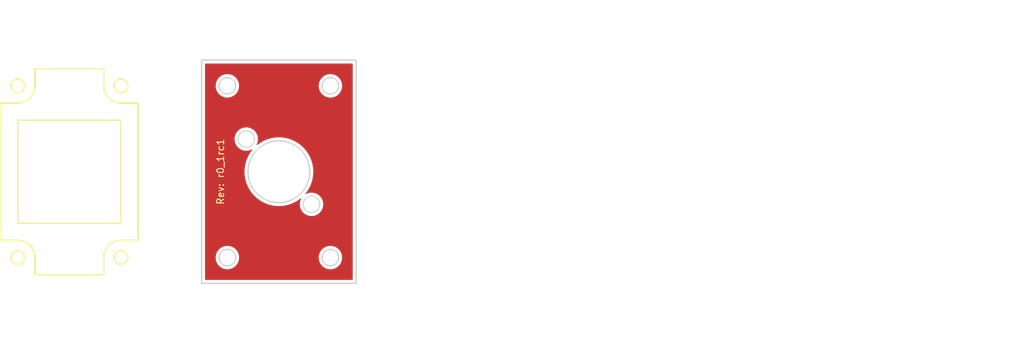
<source format=kicad_pcb>
(kicad_pcb (version 20221018) (generator pcbnew)

  (general
    (thickness 1.5)
  )

  (paper "A4")
  (title_block
    (title "Kirdy FP Fiber Optic Adapter Mounting Plate Type 2")
    (date "2024-01-30")
    (rev "r0_1rc1")
    (company "M-Labs Limited")
    (comment 1 "r0_1rc1: Board Dimension Change: 20mm x 30mm -> 22.5mm x 32.5mm")
  )

  (layers
    (0 "F.Cu" signal)
    (31 "B.Cu" signal)
    (32 "B.Adhes" user "B.Adhesive")
    (33 "F.Adhes" user "F.Adhesive")
    (34 "B.Paste" user)
    (35 "F.Paste" user)
    (36 "B.SilkS" user "B.Silkscreen")
    (37 "F.SilkS" user "F.Silkscreen")
    (38 "B.Mask" user)
    (39 "F.Mask" user)
    (40 "Dwgs.User" user "User.Drawings")
    (41 "Cmts.User" user "User.Comments")
    (42 "Eco1.User" user "User.Eco1")
    (43 "Eco2.User" user "User.Eco2")
    (44 "Edge.Cuts" user)
    (45 "Margin" user)
    (46 "B.CrtYd" user "B.Courtyard")
    (47 "F.CrtYd" user "F.Courtyard")
    (48 "B.Fab" user)
    (49 "F.Fab" user)
    (50 "User.1" user)
    (51 "User.2" user)
    (52 "User.3" user)
    (53 "User.4" user)
    (54 "User.5" user)
    (55 "User.6" user)
    (56 "User.7" user)
    (57 "User.8" user)
    (58 "User.9" user)
  )

  (setup
    (stackup
      (layer "F.SilkS" (type "Top Silk Screen"))
      (layer "F.Paste" (type "Top Solder Paste"))
      (layer "F.Mask" (type "Top Solder Mask") (thickness 0.01))
      (layer "F.Cu" (type "copper") (thickness 0.035))
      (layer "dielectric 1" (type "core") (thickness 1.41) (material "FR4") (epsilon_r 4.5) (loss_tangent 0.02))
      (layer "B.Cu" (type "copper") (thickness 0.035))
      (layer "B.Mask" (type "Bottom Solder Mask") (thickness 0.01))
      (layer "B.Paste" (type "Bottom Solder Paste"))
      (layer "B.SilkS" (type "Bottom Silk Screen"))
      (copper_finish "None")
      (dielectric_constraints no)
    )
    (pad_to_mask_clearance 0)
    (pcbplotparams
      (layerselection 0x00010fc_ffffffff)
      (plot_on_all_layers_selection 0x0000000_00000000)
      (disableapertmacros false)
      (usegerberextensions false)
      (usegerberattributes true)
      (usegerberadvancedattributes true)
      (creategerberjobfile true)
      (dashed_line_dash_ratio 12.000000)
      (dashed_line_gap_ratio 3.000000)
      (svgprecision 4)
      (plotframeref false)
      (viasonmask false)
      (mode 1)
      (useauxorigin false)
      (hpglpennumber 1)
      (hpglpenspeed 20)
      (hpglpendiameter 15.000000)
      (dxfpolygonmode true)
      (dxfimperialunits true)
      (dxfusepcbnewfont true)
      (psnegative false)
      (psa4output false)
      (plotreference true)
      (plotvalue true)
      (plotinvisibletext false)
      (sketchpadsonfab false)
      (subtractmaskfromsilk false)
      (outputformat 1)
      (mirror false)
      (drillshape 0)
      (scaleselection 1)
      (outputdirectory "../output/FP_1550_Fiber_Optic_Adapter_Mounting_Plate_Type_2/Gerber_Drill/")
    )
  )

  (net 0 "")

  (gr_line (start 124.5 85) (end 124.5 87.5)
    (stroke (width 0.2) (type solid)) (layer "F.SilkS") (tstamp 0454b6b3-d411-4706-8f90-57f4c6fae474))
  (gr_line (start 114.5 85) (end 114.5 87.5)
    (stroke (width 0.2) (type solid)) (layer "F.SilkS") (tstamp 09dbf8b1-7318-4dad-93da-5ee9a4e39523))
  (gr_line (start 114.5 115) (end 124.5 115)
    (stroke (width 0.2) (type solid)) (layer "F.SilkS") (tstamp 0ae7050a-43c1-40fd-8f2d-3d59351fc613))
  (gr_line (start 129.5 110) (end 129.5 90)
    (stroke (width 0.2) (type solid)) (layer "F.SilkS") (tstamp 0c652f48-ea92-4e4a-8042-226e2ecd89d1))
  (gr_arc (start 112 110.0004) (mid 113.767796 110.732604) (end 114.5 112.5004)
    (stroke (width 0.2) (type solid)) (layer "F.SilkS") (tstamp 0e5fb307-68d4-4e4b-952b-0c40fd5e7039))
  (gr_line (start 114.5 115.0004) (end 124.5 115.0004)
    (stroke (width 0.2) (type solid)) (layer "F.SilkS") (tstamp 0fa1e3ad-a54c-4795-9431-1498c7380ee8))
  (gr_line (start 112 110.0004) (end 109.5 110.0004)
    (stroke (width 0.2) (type solid)) (layer "F.SilkS") (tstamp 1009fd98-55cc-4ac4-8e18-5e74b9c02fe1))
  (gr_line (start 124.5 85) (end 114.5 85)
    (stroke (width 0.2) (type solid)) (layer "F.SilkS") (tstamp 1370228a-2d0f-4f35-bd9f-d6f2de942fd6))
  (gr_line (start 114.5 115.0004) (end 114.5 112.5004)
    (stroke (width 0.2) (type solid)) (layer "F.SilkS") (tstamp 191eba95-dc3a-4e59-a1fe-ad2f7efe7b95))
  (gr_line (start 112 90.0004) (end 109.5 90.0004)
    (stroke (width 0.2) (type solid)) (layer "F.SilkS") (tstamp 1a097ec4-1a3c-4b37-9b18-6c95cadd6f62))
  (gr_circle (center 112 87.5) (end 113 87.5)
    (stroke (width 0.2) (type solid)) (fill none) (layer "F.SilkS") (tstamp 1a2b5081-d3df-4d4d-bf1c-40b84d4cf9c8))
  (gr_line (start 112 90.0004) (end 109.5 90.0004)
    (stroke (width 0.2) (type solid)) (layer "F.SilkS") (tstamp 1b41321e-7a47-41b8-9e91-42468436682a))
  (gr_circle (center 112 87.5) (end 113 87.5)
    (stroke (width 0.2) (type solid)) (fill none) (layer "F.SilkS") (tstamp 1d376f30-5467-439b-b140-77f458d940f5))
  (gr_line (start 109.5 110.0004) (end 109.5 90.0004)
    (stroke (width 0.2) (type solid)) (layer "F.SilkS") (tstamp 1f23564b-6b8b-4171-86e3-c94ec93bcba4))
  (gr_line (start 124.5 115) (end 124.5 112.5)
    (stroke (width 0.2) (type solid)) (layer "F.SilkS") (tstamp 1f6e3b35-423e-4f49-83f7-8cb4c470e59a))
  (gr_circle (center 112 87.5) (end 113 87.5)
    (stroke (width 0.2) (type solid)) (fill none) (layer "F.SilkS") (tstamp 220bf697-0121-4261-b9ab-dd398dddec49))
  (gr_line (start 124.5 87.5) (end 124.5 85)
    (stroke (width 0.2) (type solid)) (layer "F.SilkS") (tstamp 263811e2-563f-48a9-a41c-e0ede3dad329))
  (gr_line (start 114.5 87.5) (end 114.5 85)
    (stroke (width 0.2) (type solid)) (layer "F.SilkS") (tstamp 267b32c9-b733-4fbb-a289-d7a986dceae3))
  (gr_arc (start 114.5 87.5) (mid 113.767767 89.267767) (end 112 90)
    (stroke (width 0.2) (type solid)) (layer "F.SilkS") (tstamp 2b7a0e68-5a64-4022-a2e4-74787eb3a953))
  (gr_line (start 114.5 87.5) (end 114.5 85)
    (stroke (width 0.2) (type solid)) (layer "F.SilkS") (tstamp 2cd5fd07-e026-4ee0-8d68-ffcc06968273))
  (gr_circle (center 127 87.5) (end 128 87.5)
    (stroke (width 0.2) (type solid)) (fill none) (layer "F.SilkS") (tstamp 2f469faa-c5e9-486d-bef3-6958afe729ac))
  (gr_circle (center 127 112.5004) (end 128 112.5004)
    (stroke (width 0.2) (type solid)) (fill none) (layer "F.SilkS") (tstamp 2fa4676b-1277-4e9f-9588-fe087b514b3c))
  (gr_arc (start 114.5 87.5) (mid 113.767767 89.267767) (end 112 90)
    (stroke (width 0.2) (type solid)) (layer "F.SilkS") (tstamp 33ef54a6-5174-4830-ab37-a63be81eb306))
  (gr_arc (start 127 90) (mid 125.232262 89.267738) (end 124.5 87.5)
    (stroke (width 0.2) (type solid)) (layer "F.SilkS") (tstamp 33f30996-996d-49c0-a415-355252a6ba94))
  (gr_line (start 109.5 90) (end 109.5 110)
    (stroke (width 0.2) (type solid)) (layer "F.SilkS") (tstamp 3646b005-f54b-49d2-b1d6-2377afb0b76f))
  (gr_line (start 127 110) (end 129.5 110)
    (stroke (width 0.2) (type solid)) (layer "F.SilkS") (tstamp 36d92967-d051-4153-bcd2-dbf7cd6c3cfd))
  (gr_line (start 114.5 115.0004) (end 124.5 115.0004)
    (stroke (width 0.2) (type solid)) (layer "F.SilkS") (tstamp 38589d86-e3ee-4e39-a9bf-d8271c7080e5))
  (gr_line (start 114.5 115) (end 124.5 115)
    (stroke (width 0.2) (type solid)) (layer "F.SilkS") (tstamp 396a63b8-d071-446d-98cd-0500838f17d8))
  (gr_arc (start 112 110) (mid 113.767767 110.732233) (end 114.5 112.5)
    (stroke (width 0.2) (type solid)) (layer "F.SilkS") (tstamp 3e0da625-694a-485c-a3dd-777a2f89748c))
  (gr_line (start 124.5 112.5004) (end 124.5 115.0004)
    (stroke (width 0.2) (type solid)) (layer "F.SilkS") (tstamp 3e2f249a-62e1-41af-a2cf-2461707b0b06))
  (gr_circle (center 127 87.5) (end 128 87.5)
    (stroke (width 0.2) (type solid)) (fill none) (layer "F.SilkS") (tstamp 4149a33d-33a1-43e7-aaeb-a830221e72ed))
  (gr_circle (center 127.000099 87.499901) (end 128.000099 87.499901)
    (stroke (width 0.2) (type solid)) (fill none) (layer "F.SilkS") (tstamp 4243db5a-aebd-4fb0-ba51-0da9ebec3c7a))
  (gr_line (start 127 110) (end 129.5 110)
    (stroke (width 0.2) (type solid)) (layer "F.SilkS") (tstamp 4501f4c0-52e4-46d4-adf8-b6affe26c45c))
  (gr_line (start 109.5 90.0004) (end 112 90.0004)
    (stroke (width 0.2) (type solid)) (layer "F.SilkS") (tstamp 45a3654f-bcfa-4653-80ba-29b59ded9ec5))
  (gr_line (start 109.5 110.0004) (end 109.5 90.0004)
    (stroke (width 0.2) (type solid)) (layer "F.SilkS") (tstamp 493d8f37-ed13-4851-bae8-de232a15b1c4))
  (gr_line (start 109.5 90.0004) (end 112 90.0004)
    (stroke (width 0.2) (type solid)) (layer "F.SilkS") (tstamp 49d71d31-78dc-4b7e-bae0-9b11e1ab66cf))
  (gr_line (start 114.5 85) (end 124.5 85)
    (stroke (width 0.2) (type solid)) (layer "F.SilkS") (tstamp 4a04a118-99c7-4b8c-8672-55d86141fb65))
  (gr_circle (center 127 112.5) (end 128 112.5)
    (stroke (width 0.2) (type solid)) (fill none) (layer "F.SilkS") (tstamp 4ade0db1-7d18-4a7f-9834-c392e3d36c6f))
  (gr_line (start 114.5 112.5004) (end 114.5 115.0004)
    (stroke (width 0.2) (type solid)) (layer "F.SilkS") (tstamp 4c5ed3ea-6bbe-4449-9793-dffa2fa25f42))
  (gr_arc (start 114.5 87.5) (mid 113.767767 89.267767) (end 112 90)
    (stroke (width 0.2) (type solid)) (layer "F.SilkS") (tstamp 4def5a5a-349b-45d3-970c-9c4ee27a773d))
  (gr_arc (start 112 110.0004) (mid 113.767796 110.732604) (end 114.5 112.5004)
    (stroke (width 0.2) (type solid)) (layer "F.SilkS") (tstamp 4e2824d5-7775-4aa0-a78c-be3a6b281bae))
  (gr_arc (start 112 110) (mid 113.767767 110.732233) (end 114.5 112.5)
    (stroke (width 0.2) (type solid)) (layer "F.SilkS") (tstamp 4f3d4f99-0d2d-4788-b0c1-41ca870d1fbf))
  (gr_arc (start 124.5 112.5) (mid 125.232233 110.732233) (end 127 110)
    (stroke (width 0.2) (type solid)) (layer "F.SilkS") (tstamp 574ab643-43df-428e-a55c-9d701ca0828b))
  (gr_line (start 109.5 90) (end 112 90)
    (stroke (width 0.2) (type solid)) (layer "F.SilkS") (tstamp 57a8b35c-19b9-4788-8ea5-d25c758c7303))
  (gr_line (start 124.5 85) (end 114.5 85)
    (stroke (width 0.2) (type solid)) (layer "F.SilkS") (tstamp 57bc4e35-d0e1-4bef-a2d6-a915c97d34f5))
  (gr_circle (center 112 112.5004) (end 113 112.5004)
    (stroke (width 0.2) (type solid)) (fill none) (layer "F.SilkS") (tstamp 5b890e23-2ce5-459c-afaf-b52b07dddb9b))
  (gr_circle (center 127 87.5) (end 128 87.5)
    (stroke (width 0.2) (type solid)) (fill none) (layer "F.SilkS") (tstamp 5ce58667-b75d-421e-b06d-a645b0f57eca))
  (gr_circle (center 127 112.5004) (end 128 112.5004)
    (stroke (width 0.2) (type solid)) (fill none) (layer "F.SilkS") (tstamp 5dcb3745-8411-4e4a-9f26-d8da18776548))
  (gr_line (start 112 110.0004) (end 109.5 110.0004)
    (stroke (width 0.2) (type solid)) (layer "F.SilkS") (tstamp 5fa1d11f-6042-47b2-992e-3c54bcbbf45b))
  (gr_circle (center 112 112.5) (end 113 112.5)
    (stroke (width 0.2) (type solid)) (fill none) (layer "F.SilkS") (tstamp 60e739d0-6480-458d-a07e-e32c9fcd4a79))
  (gr_line (start 129.5 90) (end 127 90)
    (stroke (width 0.2) (type solid)) (layer "F.SilkS") (tstamp 61224680-38c0-4c72-92de-b720dd191d66))
  (gr_arc (start 124.5 112.5) (mid 125.232233 110.732233) (end 127 110)
    (stroke (width 0.2) (type solid)) (layer "F.SilkS") (tstamp 6246b623-3702-4fab-a38b-5424c8138121))
  (gr_circle (center 127 112.5004) (end 128 112.5004)
    (stroke (width 0.2) (type solid)) (fill none) (layer "F.SilkS") (tstamp 636191c2-5960-4488-bb73-5a2c1cef594a))
  (gr_arc (start 127 90) (mid 125.232233 89.267767) (end 124.5 87.5)
    (stroke (width 0.2) (type solid)) (layer "F.SilkS") (tstamp 63bb7dec-5950-45fa-8d5d-de06dbf8ae73))
  (gr_line (start 124.5 115.0004) (end 124.5 112.5004)
    (stroke (width 0.2) (type solid)) (layer "F.SilkS") (tstamp 66517fcb-3521-430c-9a15-e88c150a6985))
  (gr_line (start 114.5 115.0004) (end 114.5 112.5004)
    (stroke (width 0.2) (type solid)) (layer "F.SilkS") (tstamp 67074b3b-4cdd-472f-ba04-ca0f06c87443))
  (gr_line (start 114.5 85) (end 114.5 87.5)
    (stroke (width 0.2) (type solid)) (layer "F.SilkS") (tstamp 6a45d72c-6eac-4615-8157-5caf3942d28f))
  (gr_arc (start 112 110.0004) (mid 113.767796 110.732604) (end 114.5 112.5004)
    (stroke (width 0.2) (type solid)) (layer "F.SilkS") (tstamp 6d1e72af-89df-408f-ba48-a1483d52daa9))
  (gr_arc (start 127 90) (mid 125.232233 89.267767) (end 124.5 87.5)
    (stroke (width 0.2) (type solid)) (layer "F.SilkS") (tstamp 6ee9c314-de4e-413c-a482-ff657f7d1920))
  (gr_line (start 124.5 85) (end 114.5 85)
    (stroke (width 0.2) (type solid)) (layer "F.SilkS") (tstamp 70acc663-5c86-4fee-bd4e-045f40a8c468))
  (gr_line (start 114.5 85) (end 114.5 87.5)
    (stroke (width 0.2) (type solid)) (layer "F.SilkS") (tstamp 720dd5e1-0848-4fa5-98c7-eeee9b454a7d))
  (gr_circle (center 112 87.5) (end 113 87.5)
    (stroke (width 0.2) (type solid)) (fill none) (layer "F.SilkS") (tstamp 74e0c9dc-0c76-4914-a7fe-ab1ca8373ee0))
  (gr_line (start 124.5 87.5) (end 124.5 85)
    (stroke (width 0.2) (type solid)) (layer "F.SilkS") (tstamp 75cebf44-acfc-4b1e-9278-9130b454685d))
  (gr_circle (center 112 87.5) (end 113 87.5)
    (stroke (width 0.2) (type solid)) (fill none) (layer "F.SilkS") (tstamp 78019c35-9a1b-4edb-aa64-d365bb79f9aa))
  (gr_line (start 109.5 90) (end 109.5 110)
    (stroke (width 0.2) (type solid)) (layer "F.SilkS") (tstamp 7c2e6869-28eb-4c8e-a100-31d152e20432))
  (gr_circle (center 127 112.5) (end 128 112.5)
    (stroke (width 0.2) (type solid)) (fill none) (layer "F.SilkS") (tstamp 7ea83256-d207-4221-a35e-819c457d0cd1))
  (gr_line (start 109.5 90.0004) (end 109.5 110.0004)
    (stroke (width 0.2) (type solid)) (layer "F.SilkS") (tstamp 821c0e49-b79b-4376-8615-1901a9283169))
  (gr_line (start 129.5 110) (end 129.5 90)
    (stroke (width 0.2) (type solid)) (layer "F.SilkS") (tstamp 84036ac2-fe59-4650-9d48-9ace42037cbf))
  (gr_line (start 124.5 115.0004) (end 114.5 115.0004)
    (stroke (width 0.2) (type solid)) (layer "F.SilkS") (tstamp 84f4d8f7-c7e0-4ede-9f49-625361bf3e64))
  (gr_circle (center 112 112.5004) (end 113 112.5004)
    (stroke (width 0.2) (type solid)) (fill none) (layer "F.SilkS") (tstamp 851c8d75-a804-4016-8f24-7485d038cf81))
  (gr_line (start 124.5 115) (end 124.5 112.5)
    (stroke (width 0.2) (type solid)) (layer "F.SilkS") (tstamp 85a158b0-62e0-4461-9cc0-c4a87c58f264))
  (gr_line (start 109.5 90.0004) (end 109.5 110.0004)
    (stroke (width 0.2) (type solid)) (layer "F.SilkS") (tstamp 85cf10f5-da4c-49b4-9ed5-9d7c516616f4))
  (gr_circle (center 112 112.5004) (end 113 112.5004)
    (stroke (width 0.2) (type solid)) (fill none) (layer "F.SilkS") (tstamp 85d2c273-67e9-47ad-bc4a-add02536b3f5))
  (gr_line (start 124.5 115.0004) (end 114.5 115.0004)
    (stroke (width 0.2) (type solid)) (layer "F.SilkS") (tstamp 8619e290-0601-4825-b469-dc6d939a4901))
  (gr_arc (start 124.5 112.5) (mid 125.232233 110.732233) (end 127 110)
    (stroke (width 0.2) (type solid)) (layer "F.SilkS") (tstamp 863a0679-4f3d-4832-ac58-559374477a42))
  (gr_arc (start 127 90) (mid 125.232262 89.267738) (end 124.5 87.5)
    (stroke (width 0.2) (type solid)) (layer "F.SilkS") (tstamp 878ebab2-21c7-4c7b-8905-88f76c7cf86d))
  (gr_line (start 109.5 90) (end 112 90)
    (stroke (width 0.2) (type solid)) (layer "F.SilkS") (tstamp 8791005f-b882-45f3-bb87-58867508c893))
  (gr_line (start 127 110) (end 129.5 110)
    (stroke (width 0.2) (type solid)) (layer "F.SilkS") (tstamp 8799cbd4-7279-46a2-b506-b2f1cec4b88d))
  (gr_line (start 127 90.0004) (end 129.5 90.0004)
    (stroke (width 0.2) (type solid)) (layer "F.SilkS") (tstamp 8ad4f605-ef2f-4b5b-b01f-17e283d32188))
  (gr_circle (center 127 87.5) (end 128 87.5)
    (stroke (width 0.2) (type solid)) (fill none) (layer "F.SilkS") (tstamp 8e788fb5-4e3f-4c1a-bbb4-54cbdffa8d8b))
  (gr_arc (start 114.5 87.5) (mid 113.767767 89.267767) (end 112 90)
    (stroke (width 0.2) (type solid)) (layer "F.SilkS") (tstamp 8edd0849-7749-4f05-9bc4-5f52ad950da7))
  (gr_line (start 109.5 110) (end 112 110)
    (stroke (width 0.2) (type solid)) (layer "F.SilkS") (tstamp 9018ebcd-07b4-4d11-9942-ea70f2addf73))
  (gr_line (start 114.5 115) (end 114.5 112.5)
    (stroke (width 0.2) (type solid)) (layer "F.SilkS") (tstamp 95508cbd-3f1f-4d99-bbc7-43fc290353cb))
  (gr_circle (center 127 87.5) (end 128 87.5)
    (stroke (width 0.2) (type solid)) (fill none) (layer "F.SilkS") (tstamp 9660b3a7-b7e1-40b6-a568-134dfe9ba0a6))
  (gr_line (start 124.5 85) (end 114.5 85)
    (stroke (width 0.2) (type solid)) (layer "F.SilkS") (tstamp 9aa5c35b-d4e2-469b-b327-32d516b0e914))
  (gr_line (start 129.5 90.0004) (end 127 90.0004)
    (stroke (width 0.2) (type solid)) (layer "F.SilkS") (tstamp 9ca779b2-5d4f-456b-8c7c-d3442093e0d4))
  (gr_line (start 114.5 115) (end 114.5 112.5)
    (stroke (width 0.2) (type solid)) (layer "F.SilkS") (tstamp a1800bc1-2c3d-473b-86ee-20d40827e05e))
  (gr_line (start 109.5 110) (end 112 110)
    (stroke (width 0.2) (type solid)) (layer "F.SilkS") (tstamp a30a10e3-674c-41c1-80d9-1577070afce9))
  (gr_line (start 129.5 90) (end 127 90)
    (stroke (width 0.2) (type solid)) (layer "F.SilkS") (tstamp a4ab0a3f-d0f5-4e59-bf13-3f223e23a2f6))
  (gr_arc (start 114.5 87.5) (mid 113.767767 89.267767) (end 112 90)
    (stroke (width 0.2) (type solid)) (layer "F.SilkS") (tstamp a5bde3c2-50ea-49fc-a1ad-3d612537a0ec))
  (gr_circle (center 127 87.5) (end 128 87.5)
    (stroke (width 0.2) (type solid)) (fill none) (layer "F.SilkS") (tstamp aa75c0b4-11b6-443f-887d-9748cd26c2e6))
  (gr_circle (center 112 112.5004) (end 113 112.5004)
    (stroke (width 0.2) (type solid)) (fill none) (layer "F.SilkS") (tstamp aad72b89-9ac9-48a6-96b4-90a65aa5e5c3))
  (gr_line (start 124.5 85) (end 114.5 85)
    (stroke (width 0.2) (type solid)) (layer "F.SilkS") (tstamp aeccd701-c497-4fc0-90aa-4402ad3e4489))
  (gr_line (start 109.5 110.0004) (end 112 110.0004)
    (stroke (width 0.2) (type solid)) (layer "F.SilkS") (tstamp af6fc2da-826c-4ddd-8d41-9983af850e3a))
  (gr_circle (center 112 112.5) (end 113 112.5)
    (stroke (width 0.2) (type solid)) (fill none) (layer "F.SilkS") (tstamp afab1709-7a29-4c33-9894-7c79e5c53bcc))
  (gr_circle (center 112 87.5) (end 113 87.5)
    (stroke (width 0.2) (type solid)) (fill none) (layer "F.SilkS") (tstamp b020d03a-13cd-4ee3-8dde-5058a41ac056))
  (gr_line (start 114.5 85) (end 114.5 87.5)
    (stroke (width 0.2) (type solid)) (layer "F.SilkS") (tstamp b10bd6d6-edfc-444d-b698-332f39c97cda))
  (gr_arc (start 127 90) (mid 125.232262 89.267738) (end 124.5 87.5)
    (stroke (width 0.2) (type solid)) (layer "F.SilkS") (tstamp b10daa5e-cb8b-42df-9bc1-ba4b22304943))
  (gr_line (start 114.5 85) (end 114.5 87.5)
    (stroke (width 0.2) (type solid)) (layer "F.SilkS") (tstamp b157033c-0636-431e-85a1-1acab44e052b))
  (gr_rect (start 112 92.5) (end 127 107.5)
    (stroke (width 0.2) (type default)) (fill none) (layer "F.SilkS") (tstamp b6930965-0727-41dc-860c-88c244a7c399))
  (gr_line (start 124.5 115) (end 124.5 112.5)
    (stroke (width 0.2) (type solid)) (layer "F.SilkS") (tstamp b794f0bc-7e46-49e5-a733-0c993a6e4f06))
  (gr_line (start 129.5 90.0004) (end 127 90.0004)
    (stroke (width 0.2) (type solid)) (layer "F.SilkS") (tstamp b7d0797d-7843-4c8e-9127-67aa70125ff5))
  (gr_line (start 124.5 87.5) (end 124.5 85)
    (stroke (width 0.2) (type solid)) (layer "F.SilkS") (tstamp b7d1244b-0f64-4440-9cec-ea5ad534cb3a))
  (gr_line (start 114.5 115) (end 114.5 112.5)
    (stroke (width 0.2) (type solid)) (layer "F.SilkS") (tstamp b99e7599-89e3-4c07-bdb1-21ad916c4cc9))
  (gr_circle (center 112 87.5) (end 113 87.5)
    (stroke (width 0.2) (type solid)) (fill none) (layer "F.SilkS") (tstamp baebcd68-1055-45ce-b07c-37ebb8984e68))
  (gr_line (start 129.5 110) (end 129.5 90)
    (stroke (width 0.2) (type solid)) (layer "F.SilkS") (tstamp bc931f1e-3fc0-4118-9b3f-1bbe6bf0855f))
  (gr_line (start 124.5 87.5) (end 124.5 85)
    (stroke (width 0.2) (type solid)) (layer "F.SilkS") (tstamp bd193d66-d258-4a93-9568-1fa14de058ed))
  (gr_arc (start 114.5 87.5) (mid 113.767767 89.267767) (end 112 90)
    (stroke (width 0.2) (type solid)) (layer "F.SilkS") (tstamp c19f9ecc-3a4c-45cb-a7bb-aecf72eab215))
  (gr_line (start 124.5 85) (end 124.5 87.5)
    (stroke (width 0.2) (type solid)) (layer "F.SilkS") (tstamp c59222f6-a85d-40cb-9983-7b76e43372a0))
  (gr_line (start 114.5 112.5004) (end 114.5 115.0004)
    (stroke (width 0.2) (type solid)) (layer "F.SilkS") (tstamp c71d88f0-57b9-403f-ab2d-34ce1ccc106e))
  (gr_circle (center 127 112.5) (end 128 112.5)
    (stroke (width 0.2) (type solid)) (fill none) (layer "F.SilkS") (tstamp c7e97df0-320f-491a-9fb8-2ffbfc8c7cbb))
  (gr_line (start 124.5 112.5004) (end 124.5 115.0004)
    (stroke (width 0.2) (type solid)) (layer "F.SilkS") (tstamp c83367f1-9fcb-4e21-8f0b-e8beadf9bf8a))
  (gr_line (start 114.5 115) (end 124.5 115)
    (stroke (width 0.2) (type solid)) (layer "F.SilkS") (tstamp ccdee4a7-717b-4e9e-882d-60bbdeefaa76))
  (gr_arc (start 114.5 87.5) (mid 113.767767 89.267767) (end 112 90)
    (stroke (width 0.2) (type solid)) (layer "F.SilkS") (tstamp cf07c1bb-ebc5-4167-b4b2-03e8df2ad205))
  (gr_line (start 109.5 110) (end 112 110)
    (stroke (width 0.2) (type solid)) (layer "F.SilkS") (tstamp cf349993-8413-48cb-b1f0-7126ad1b04c4))
  (gr_circle (center 127 87.5) (end 128 87.5)
    (stroke (width 0.2) (type solid)) (fill none) (layer "F.SilkS") (tstamp cf6d0cfe-97d5-47b5-8fb9-d6f769e6ed55))
  (gr_line (start 114.5 85) (end 114.5 87.5)
    (stroke (width 0.2) (type solid)) (layer "F.SilkS") (tstamp d0249fd8-5043-4d97-b8ea-e875b2089bd6))
  (gr_line (start 124.5 115) (end 124.5 112.5)
    (stroke (width 0.2) (type solid)) (layer "F.SilkS") (tstamp d1114959-d08e-460e-b34e-039c02fad591))
  (gr_line (start 124.5 87.5) (end 124.5 85)
    (stroke (width 0.2) (type solid)) (layer "F.SilkS") (tstamp d42423a1-dff2-4ae8-aa5a-ea1acd696a68))
  (gr_arc (start 112 110) (mid 113.767767 110.732233) (end 114.5 112.5)
    (stroke (width 0.2) (type solid)) (layer "F.SilkS") (tstamp d49b2689-4a9d-46d4-b136-d5d3bc4af721))
  (gr_line (start 109.5 110) (end 112 110)
    (stroke (width 0.2) (type solid)) (layer "F.SilkS") (tstamp d4f76a82-2fbf-4e72-862b-ac0dcf4a29c2))
  (gr_line (start 124.5 115.0004) (end 124.5 112.5004)
    (stroke (width 0.2) (type solid)) (layer "F.SilkS") (tstamp d508fd39-7a15-4751-b775-23d6461dc44b))
  (gr_line (start 124.5 85) (end 114.5 85)
    (stroke (width 0.2) (type solid)) (layer "F.SilkS") (tstamp d66a45a6-b377-4064-96c5-19027708f165))
  (gr_arc (start 112 110.0004) (mid 113.767796 110.732604) (end 114.5 112.5004)
    (stroke (width 0.2) (type solid)) (layer "F.SilkS") (tstamp d95b6eb3-9134-4f15-b016-d25b84f3b7ed))
  (gr_line (start 129.5 90) (end 127 90)
    (stroke (width 0.2) (type solid)) (layer "F.SilkS") (tstamp da2f1c41-8cbf-4cff-99c1-84c6381ce689))
  (gr_circle (center 112 112.5) (end 113 112.5)
    (stroke (width 0.2) (type solid)) (fill none) (layer "F.SilkS") (tstamp dc8c8069-a395-4d9e-9733-7370c3341b03))
  (gr_arc (start 124.5 112.5) (mid 125.232233 110.732233) (end 127 110)
    (stroke (width 0.2) (type solid)) (layer "F.SilkS") (tstamp dcb91386-dc06-435f-b176-c4f25b0651da))
  (gr_line (start 129.5 90) (end 127 90)
    (stroke (width 0.2) (type solid)) (layer "F.SilkS") (tstamp e0e444d8-6cc8-4f13-8cde-003757f22236))
  (gr_line (start 127 110) (end 129.5 110)
    (stroke (width 0.2) (type solid)) (layer "F.SilkS") (tstamp e38c6ae4-f011-48d6-800a-d23b2d0e5d90))
  (gr_line (start 114.5 85) (end 124.5 85)
    (stroke (width 0.2) (type solid)) (layer "F.SilkS") (tstamp e7720dff-d98a-4b55-993d-26d905d8ff34))
  (gr_line (start 127 90.0004) (end 129.5 90.0004)
    (stroke (width 0.2) (type solid)) (layer "F.SilkS") (tstamp e95f4a9c-13ce-468d-803a-5e652e8fd762))
  (gr_arc (start 114.5 87.5) (mid 113.767767 89.267767) (end 112 90)
    (stroke (width 0.2) (type solid)) (layer "F.SilkS") (tstamp eb167d13-160c-4562-a2a7-77084a97592e))
  (gr_line (start 109.5 110.0004) (end 112 110.0004)
    (stroke (width 0.2) (type solid)) (layer "F.SilkS") (tstamp eb1b1f91-43e5-4201-a0f8-81a985729012))
  (gr_circle (center 127 112.5004) (end 128 112.5004)
    (stroke (width 0.2) (type solid)) (fill none) (layer "F.SilkS") (tstamp eb28cff1-e437-4cac-84ff-d7d967fdfa34))
  (gr_line (start 129.5 110) (end 129.5 90)
    (stroke (width 0.2) (type solid)) (layer "F.SilkS") (tstamp eea45a8f-5a6d-4f1d-8826-a8c1623a38c4))
  (gr_line (start 109.5 90) (end 112 90)
    (stroke (width 0.2) (type solid)) (layer "F.SilkS") (tstamp efb2e834-6a50-4645-919f-93186054ccf0))
  (gr_line (start 114.5 115) (end 124.5 115)
    (stroke (width 0.2) (type solid)) (layer "F.SilkS") (tstamp f0c8f8f1-dc97-4001-97bb-bed486f15d05))
  (gr_line (start 109.5 90) (end 109.5 110)
    (stroke (width 0.2) (type solid)) (layer "F.SilkS") (tstamp f0d4fe09-68a1-46f1-8ed8-cd1655a82f7b))
  (gr_arc (start 112 110) (mid 113.767767 110.732233) (end 114.5 112.5)
    (stroke (width 0.2) (type solid)) (layer "F.SilkS") (tstamp f33a4c81-04d3-4126-b2c9-1c9fb71ba245))
  (gr_arc (start 127 90) (mid 125.232233 89.267767) (end 124.5 87.5)
    (stroke (width 0.2) (type solid)) (layer "F.SilkS") (tstamp f363efc6-3f54-4d4a-8857-46359221585d))
  (gr_line (start 124.5 87.5) (end 124.5 85)
    (stroke (width 0.2) (type solid)) (layer "F.SilkS") (tstamp f4019c01-0117-43f7-9acf-2ea0662f4e57))
  (gr_circle (center 112 112.5) (end 113 112.5)
    (stroke (width 0.2) (type solid)) (fill none) (layer "F.SilkS") (tstamp f4f27aa9-ba12-4a28-bebd-38476a2df847))
  (gr_line (start 114.5 115) (end 114.5 112.5)
    (stroke (width 0.2) (type solid)) (layer "F.SilkS") (tstamp f7979da1-4ba6-4dca-8b87-c9118176e843))
  (gr_line (start 109.5 90) (end 109.5 110)
    (stroke (width 0.2) (type solid)) (layer "F.SilkS") (tstamp f89b8612-ba1d-487d-a46f-b97f291f521e))
  (gr_circle (center 127 112.5) (end 128 112.5)
    (stroke (width 0.2) (type solid)) (fill none) (layer "F.SilkS") (tstamp f9abbc34-7af5-4bf9-b818-7b4c3052cc22))
  (gr_line (start 109.5 90) (end 112 90)
    (stroke (width 0.2) (type solid)) (layer "F.SilkS") (tstamp fbcea6bf-914b-4f94-a8e2-42fd2db17f65))
  (gr_arc (start 127 90) (mid 125.232233 89.267767) (end 124.5 87.5)
    (stroke (width 0.2) (type solid)) (layer "F.SilkS") (tstamp fe3bc6bd-ed75-4e23-81c5-d2f9f2f4a60a))
  (gr_circle (center 112 87.5) (end 113 87.5)
    (stroke (width 0.2) (type solid)) (fill none) (layer "F.SilkS") (tstamp ffcf69cb-d2d1-4a39-9326-90c15e0dc31f))
  (gr_arc (start 127 90) (mid 125.232262 89.267738) (end 124.5 87.5)
    (stroke (width 0.2) (type solid)) (layer "F.SilkS") (tstamp fff48f29-fba6-4d28-b550-c65adf7a716b))
  (gr_circle (center 157.5 112.5) (end 158.7 112.5)
    (stroke (width 0.2) (type solid)) (fill none) (layer "Edge.Cuts") (tstamp 1321a8ad-86ed-4b2e-8b9d-657205ff2485))
  (gr_circle (center 157.5 87.5) (end 158.7 87.5)
    (stroke (width 0.2) (type solid)) (fill none) (layer "Edge.Cuts") (tstamp 2eaf7538-4bf8-4c67-b9c8-415f3a5de281))
  (gr_circle (center 142.5 112.5) (end 143.7 112.5)
    (stroke (width 0.2) (type solid)) (fill none) (layer "Edge.Cuts") (tstamp 370e016a-430b-4593-aa26-70ccb0d44ee4))
  (gr_rect (start 138.75 83.75) (end 161.25 116.25)
    (stroke (width 0.2) (type default)) (fill none) (layer "Edge.Cuts") (tstamp 45174ad6-2f90-41e4-8848-976e4e483b0f))
  (gr_circle (center 145.25 95.25) (end 146.45 95.25)
    (stroke (width 0.15) (type default)) (fill none) (layer "Edge.Cuts") (tstamp 4b247d93-73d6-4044-995d-91a8d6a0a008))
  (gr_circle (center 154.75 104.75) (end 155.95 104.75)
    (stroke (width 0.15) (type default)) (fill none) (layer "Edge.Cuts") (tstamp 6a38de3c-6745-4ace-9ade-c6dcb7a7486e))
  (gr_circle (center 150 100) (end 154.5 100)
    (stroke (width 0.2) (type default)) (fill none) (layer "Edge.Cuts") (tstamp bd50cced-977d-4da4-939b-4fc17d06566c))
  (gr_circle (center 142.5 87.5) (end 143.7 87.5)
    (stroke (width 0.2) (type solid)) (fill none) (layer "Edge.Cuts") (tstamp e720162e-3a5f-45ee-a4a1-3af4153c44cb))
  (gr_text "Rev: r0_1rc1" (at 141.5 100 90) (layer "F.SilkS") (tstamp 69ecb5a5-e95e-4550-a57d-a9b9799c2c24)
    (effects (font (size 1 1) (thickness 0.15)))
  )
  (gr_text "Reference Fiber Optic Adapter Drawings: https://www.l-com.com/fiber-optic-precision-adaper-pm-fc-apc-narrow-key-one-piece-square-flange-foa-pmfcan" (at 133 117) (layer "Dwgs.User") (tstamp 081b884d-26c7-4074-957e-2c7968d6215b)
    (effects (font (size 1 1) (thickness 0.15)) (justify left top))
  )
  (gr_text "Assembly BOM:\n- 6 M2x8 Screws\n- 6 M2 Nuts" (at 133 121) (layer "Dwgs.User") (tstamp 1994eb58-1357-4616-b2b9-9d11dd74e5b1)
    (effects (font (size 1 1) (thickness 0.15)) (justify left top))
  )
  (gr_text "Materials: 1.5mm Aluminimum Plate / 1.6mm Single Layer Aluminimum PCB" (at 133 119) (layer "Dwgs.User") (tstamp 90f7f984-64c2-4e39-9a9f-fd8105dac438)
    (effects (font (size 1 1) (thickness 0.15)) (justify left top))
  )
  (gr_text "Rev: r0_1rc1" (at 141.5 100 90) (layer "Dwgs.User") (tstamp baafc68d-9061-40b4-822a-24835122a323)
    (effects (font (size 1 1) (thickness 0.15)))
  )
  (dimension (type center) (layer "Dwgs.User") (tstamp 097fb361-a20c-40ec-887a-f68bcdf366e0)
    (pts (xy 154.75 104.75) (xy 154.75 107))
    (style (thickness 0.15) (arrow_length 1.27) (text_position_mode 0) (extension_offset 0.5) keep_text_aligned)
  )
  (dimension (type center) (layer "Dwgs.User") (tstamp 0aa977a9-2a06-4f8f-8344-345b8a2a5fbc)
    (pts (xy 150 100) (xy 150 98))
    (style (thickness 0.15) (arrow_length 1.27) (text_position_mode 0) (extension_offset 0.5) keep_text_aligned)
  )
  (dimension (type center) (layer "Dwgs.User") (tstamp 412ccb09-03fd-4136-818f-f50b62721873)
    (pts (xy 157.5 112.5004) (xy 157.5 115))
    (style (thickness 0.15) (arrow_length 1.27) (text_position_mode 0) (extension_offset 0.5) keep_text_aligned)
  )
  (dimension (type center) (layer "Dwgs.User") (tstamp c31915a0-7604-4403-a54e-234f36d26946)
    (pts (xy 157.497348 87.496196) (xy 157.497348 85))
    (style (thickness 0.15) (arrow_length 1.27) (text_position_mode 0) (extension_offset 0.5) keep_text_aligned)
  )
  (dimension (type center) (layer "Dwgs.User") (tstamp f28ea2db-9f78-4f5e-a3e5-cfd79b0b5b80)
    (pts (xy 142.5 112.5) (xy 142.5 115))
    (style (thickness 0.15) (arrow_length 1.27) (text_position_mode 0) (extension_offset 0.5) keep_text_aligned)
  )
  (dimension (type center) (layer "Dwgs.User") (tstamp f5d12598-e736-477b-983e-437abc422adf)
    (pts (xy 142.5 87.5) (xy 142.5 85))
    (style (thickness 0.15) (arrow_length 1.27) (text_position_mode 0) (extension_offset 0.5) keep_text_aligned)
  )
  (dimension (type center) (layer "Dwgs.User") (tstamp fa26c1de-e6c1-417b-828a-80cdac35c1a4)
    (pts (xy 145.25 95.25) (xy 145.25 93))
    (style (thickness 0.15) (arrow_length 1.27) (text_position_mode 0) (extension_offset 0.5) keep_text_aligned)
  )
  (dimension (type radial) (layer "Dwgs.User") (tstamp 9e592ad3-082d-466b-a3d2-53aa83e1684a)
    (pts (xy 157.497348 87.496196) (xy 158.697348 87.496196))
    (leader_length 3.81)
    (gr_text "R 1.2000 mm x 6" (at 175.207348 87.496196) (layer "Dwgs.User") (tstamp 9e592ad3-082d-466b-a3d2-53aa83e1684a)
      (effects (font (size 1 1) (thickness 0.15)))
    )
    (format (prefix "R ") (suffix " x 6") (units 3) (units_format 1) (precision 4))
    (style (thickness 0.15) (arrow_length 1.27) (text_position_mode 0) (extension_offset 0.5) keep_text_aligned)
  )
  (dimension (type radial) (layer "Dwgs.User") (tstamp f7988c8b-e716-41ce-a7f2-42f930f27410)
    (pts (xy 150 100) (xy 154.5 100))
    (leader_length 3.81)
    (gr_text "R 4.5000 mm" (at 171.01 100) (layer "Dwgs.User") (tstamp f7988c8b-e716-41ce-a7f2-42f930f27410)
      (effects (font (size 1 1) (thickness 0.15)))
    )
    (format (prefix "R ") (suffix "") (units 3) (units_format 1) (precision 4))
    (style (thickness 0.15) (arrow_length 1.27) (text_position_mode 0) (extension_offset 0.5) keep_text_aligned)
  )
  (dimension (type orthogonal) (layer "Dwgs.User") (tstamp 3c1b1f15-d713-4313-ac16-25d02a749a16)
    (pts (xy 142.5 87.5) (xy 142.5 112.5))
    (height -7.5)
    (orientation 1)
    (gr_text "25.0000 mm" (at 133.85 100 90) (layer "Dwgs.User") (tstamp 3c1b1f15-d713-4313-ac16-25d02a749a16)
      (effects (font (size 1 1) (thickness 0.15)))
    )
    (format (prefix "") (suffix "") (units 3) (units_format 1) (precision 4))
    (style (thickness 0.15) (arrow_length 1.27) (text_position_mode 0) (extension_height 0.58642) (extension_offset 0.5) keep_text_aligned)
  )
  (dimension (type orthogonal) (layer "Dwgs.User") (tstamp 481886db-02e4-45a9-b45e-3c021252e17a)
    (pts (xy 161.25 83.75) (xy 138.75 83.75))
    (height -6.75)
    (orientation 0)
    (gr_text "22.5000 mm" (at 150 75.85) (layer "Dwgs.User") (tstamp 481886db-02e4-45a9-b45e-3c021252e17a)
      (effects (font (size 1 1) (thickness 0.15)))
    )
    (format (prefix "") (suffix "") (units 3) (units_format 1) (precision 4))
    (style (thickness 0.15) (arrow_length 1.27) (text_position_mode 0) (extension_height 0.58642) (extension_offset 0.5) keep_text_aligned)
  )
  (dimension (type orthogonal) (layer "Dwgs.User") (tstamp 7e914a49-8670-4d46-b0c1-cd93236a34db)
    (pts (xy 142.5 87.5) (xy 157.5 87.5))
    (height -8)
    (orientation 0)
    (gr_text "15.0000 mm" (at 150 78.35) (layer "Dwgs.User") (tstamp 7e914a49-8670-4d46-b0c1-cd93236a34db)
      (effects (font (size 1 1) (thickness 0.15)))
    )
    (format (prefix "") (suffix "") (units 3) (units_format 1) (precision 4))
    (style (thickness 0.15) (arrow_length 1.27) (text_position_mode 0) (extension_height 0.58642) (extension_offset 0.5) keep_text_aligned)
  )
  (dimension (type orthogonal) (layer "Dwgs.User") (tstamp 9d6b174b-7ead-4290-b838-28fca10461b1)
    (pts (xy 145.25 95.25) (xy 154.75 104.75))
    (height -13.25)
    (orientation 0)
    (gr_text "9.5000 mm" (at 150 80.85) (layer "Dwgs.User") (tstamp 9d6b174b-7ead-4290-b838-28fca10461b1)
      (effects (font (size 1 1) (thickness 0.15)))
    )
    (format (prefix "") (suffix "") (units 3) (units_format 1) (precision 4))
    (style (thickness 0.15) (arrow_length 1.27) (text_position_mode 0) (extension_height 0.58642) (extension_offset 0.5) keep_text_aligned)
  )
  (dimension (type orthogonal) (layer "Dwgs.User") (tstamp b32e4054-999b-4497-9603-dbdf913fb598)
    (pts (xy 145.25 95.25) (xy 154.75 104.75))
    (height -7.75)
    (orientation 1)
    (gr_text "9.5000 mm" (at 136.35 100 90) (layer "Dwgs.User") (tstamp b32e4054-999b-4497-9603-dbdf913fb598)
      (effects (font (size 1 1) (thickness 0.15)))
    )
    (format (prefix "") (suffix "") (units 3) (units_format 1) (precision 4))
    (style (thickness 0.15) (arrow_length 1.27) (text_position_mode 0) (extension_height 0.58642) (extension_offset 0.5) keep_text_aligned)
  )
  (dimension (type orthogonal) (layer "Dwgs.User") (tstamp c201afff-8074-4055-a6d4-db4c6214066d)
    (pts (xy 138.75 83.75) (xy 138.75 116.25))
    (height -6.25)
    (orientation 1)
    (gr_text "32.5000 mm" (at 131.35 100 90) (layer "Dwgs.User") (tstamp c201afff-8074-4055-a6d4-db4c6214066d)
      (effects (font (size 1 1) (thickness 0.15)))
    )
    (format (prefix "") (suffix "") (units 3) (units_format 1) (precision 4))
    (style (thickness 0.15) (arrow_length 1.27) (text_position_mode 0) (extension_height 0.58642) (extension_offset 0.5) keep_text_aligned)
  )

  (zone (net 0) (net_name "") (layer "F.Cu") (tstamp a69bfdca-695c-4ad8-8257-1a9689878803) (hatch edge 0.5)
    (connect_pads (clearance 1))
    (min_thickness 0.127) (filled_areas_thickness no)
    (fill yes (thermal_gap 0.5) (thermal_bridge_width 0.5) (island_removal_mode 1) (island_area_min 10))
    (polygon
      (pts
        (xy 138 83)
        (xy 162 83)
        (xy 162 116.5)
        (xy 138 116.5)
      )
    )
    (filled_polygon
      (layer "F.Cu")
      (island)
      (pts
        (xy 160.731194 84.268806)
        (xy 160.7495 84.313)
        (xy 160.7495 115.687)
        (xy 160.731194 115.731194)
        (xy 160.687 115.7495)
        (xy 139.313 115.7495)
        (xy 139.268806 115.731194)
        (xy 139.2505 115.687)
        (xy 139.2505 112.500003)
        (xy 140.794732 112.500003)
        (xy 140.813778 112.754156)
        (xy 140.813778 112.754158)
        (xy 140.870489 113.00263)
        (xy 140.870492 113.002637)
        (xy 140.963607 113.239888)
        (xy 141.091041 113.460612)
        (xy 141.091043 113.460615)
        (xy 141.091047 113.460621)
        (xy 141.249943 113.659869)
        (xy 141.249946 113.659872)
        (xy 141.24995 113.659877)
        (xy 141.436783 113.833232)
        (xy 141.436788 113.833235)
        (xy 141.436791 113.833238)
        (xy 141.569802 113.923922)
        (xy 141.647366 113.976805)
        (xy 141.876996 114.087389)
        (xy 141.998769 114.124951)
        (xy 142.120534 114.162511)
        (xy 142.120537 114.162511)
        (xy 142.120542 114.162513)
        (xy 142.372565 114.2005)
        (xy 142.372571 114.2005)
        (xy 142.627429 114.2005)
        (xy 142.627435 114.2005)
        (xy 142.879458 114.162513)
        (xy 142.879463 114.162511)
        (xy 142.879466 114.162511)
        (xy 142.971033 114.134265)
        (xy 143.123004 114.087389)
        (xy 143.352634 113.976805)
        (xy 143.563217 113.833232)
        (xy 143.75005 113.659877)
        (xy 143.908959 113.460612)
        (xy 144.036393 113.239888)
        (xy 144.129508 113.002637)
        (xy 144.186222 112.754157)
        (xy 144.205268 112.500003)
        (xy 155.794732 112.500003)
        (xy 155.813778 112.754156)
        (xy 155.813778 112.754158)
        (xy 155.870489 113.00263)
        (xy 155.870492 113.002637)
        (xy 155.963607 113.239888)
        (xy 156.091041 113.460612)
        (xy 156.091043 113.460615)
        (xy 156.091047 113.460621)
        (xy 156.249943 113.659869)
        (xy 156.249946 113.659872)
        (xy 156.24995 113.659877)
        (xy 156.436783 113.833232)
        (xy 156.436788 113.833235)
        (xy 156.436791 113.833238)
        (xy 156.569802 113.923922)
        (xy 156.647366 113.976805)
        (xy 156.876996 114.087389)
        (xy 156.998769 114.124951)
        (xy 157.120534 114.162511)
        (xy 157.120537 114.162511)
        (xy 157.120542 114.162513)
        (xy 157.372565 114.2005)
        (xy 157.372571 114.2005)
        (xy 157.627429 114.2005)
        (xy 157.627435 114.2005)
        (xy 157.879458 114.162513)
        (xy 157.879463 114.162511)
        (xy 157.879466 114.162511)
        (xy 157.971033 114.134265)
        (xy 158.123004 114.087389)
        (xy 158.352634 113.976805)
        (xy 158.563217 113.833232)
        (xy 158.75005 113.659877)
        (xy 158.908959 113.460612)
        (xy 159.036393 113.239888)
        (xy 159.129508 113.002637)
        (xy 159.186222 112.754157)
        (xy 159.205268 112.5)
        (xy 159.186222 112.245843)
        (xy 159.13836 112.036146)
        (xy 159.12951 111.997369)
        (xy 159.129508 111.997363)
        (xy 159.036393 111.760112)
        (xy 158.908959 111.539388)
        (xy 158.908954 111.539382)
        (xy 158.908952 111.539378)
        (xy 158.750056 111.34013)
        (xy 158.750053 111.340127)
        (xy 158.75005 111.340123)
        (xy 158.563217 111.166768)
        (xy 158.563211 111.166764)
        (xy 158.563208 111.166761)
        (xy 158.352634 111.023195)
        (xy 158.123004 110.912611)
        (xy 158.123001 110.91261)
        (xy 158.122999 110.912609)
        (xy 158.122995 110.912608)
        (xy 157.879465 110.837488)
        (xy 157.879466 110.837488)
        (xy 157.733976 110.815558)
        (xy 157.627435 110.7995)
        (xy 157.372565 110.7995)
        (xy 157.120533 110.837488)
        (xy 156.877004 110.912608)
        (xy 156.877 110.912609)
        (xy 156.647365 111.023195)
        (xy 156.436791 111.166761)
        (xy 156.249948 111.340125)
        (xy 156.249943 111.34013)
        (xy 156.091047 111.539378)
        (xy 155.963608 111.760109)
        (xy 155.870489 111.997369)
        (xy 155.813778 112.245841)
        (xy 155.813778 112.245843)
        (xy 155.794732 112.499996)
        (xy 155.794732 112.500003)
        (xy 144.205268 112.500003)
        (xy 144.205268 112.5)
        (xy 144.186222 112.245843)
        (xy 144.13836 112.036146)
        (xy 144.12951 111.997369)
        (xy 144.129508 111.997363)
        (xy 144.036393 111.760112)
        (xy 143.908959 111.539388)
        (xy 143.908954 111.539382)
        (xy 143.908952 111.539378)
        (xy 143.750056 111.34013)
        (xy 143.750053 111.340127)
        (xy 143.75005 111.340123)
        (xy 143.563217 111.166768)
        (xy 143.563211 111.166764)
        (xy 143.563208 111.166761)
        (xy 143.352634 111.023195)
        (xy 143.123004 110.912611)
        (xy 143.123001 110.91261)
        (xy 143.122999 110.912609)
        (xy 143.122995 110.912608)
        (xy 142.879465 110.837488)
        (xy 142.879466 110.837488)
        (xy 142.733976 110.815558)
        (xy 142.627435 110.7995)
        (xy 142.372565 110.7995)
        (xy 142.120533 110.837488)
        (xy 141.877004 110.912608)
        (xy 141.877 110.912609)
        (xy 141.647365 111.023195)
        (xy 141.436791 111.166761)
        (xy 141.249948 111.340125)
        (xy 141.249943 111.34013)
        (xy 141.091047 111.539378)
        (xy 140.963608 111.760109)
        (xy 140.870489 111.997369)
        (xy 140.813778 112.245841)
        (xy 140.813778 112.245843)
        (xy 140.794732 112.499996)
        (xy 140.794732 112.500003)
        (xy 139.2505 112.500003)
        (xy 139.2505 95.250003)
        (xy 143.544732 95.250003)
        (xy 143.563778 95.504156)
        (xy 143.563778 95.504158)
        (xy 143.620489 95.75263)
        (xy 143.620492 95.752637)
        (xy 143.713607 95.989888)
        (xy 143.841041 96.210612)
        (xy 143.841043 96.210615)
        (xy 143.841047 96.210621)
        (xy 143.999943 96.409869)
        (xy 143.999946 96.409872)
        (xy 143.99995 96.409877)
        (xy 144.186783 96.583232)
        (xy 144.186788 96.583235)
        (xy 144.186791 96.583238)
        (xy 144.319802 96.673922)
        (xy 144.397366 96.726805)
        (xy 144.626996 96.837389)
        (xy 144.748769 96.874951)
        (xy 144.870534 96.912511)
        (xy 144.870537 96.912511)
        (xy 144.870542 96.912513)
        (xy 145.122565 96.9505)
        (xy 145.122571 96.9505)
        (xy 145.377429 96.9505)
        (xy 145.377435 96.9505)
        (xy 145.629458 96.912513)
        (xy 145.629463 96.912511)
        (xy 145.629466 96.912511)
        (xy 145.721033 96.884265)
        (xy 145.873004 96.837389)
        (xy 146.037383 96.758227)
        (xy 146.085142 96.755546)
        (xy 146.120811 96.787421)
        (xy 146.123493 96.835181)
        (xy 146.113364 96.853507)
        (xy 146.036017 96.950499)
        (xy 145.950435 97.057815)
        (xy 145.950423 97.05783)
        (xy 145.702996 97.432666)
        (xy 145.490164 97.828176)
        (xy 145.490163 97.828178)
        (xy 145.313638 98.241178)
        (xy 145.313637 98.241181)
        (xy 145.174844 98.668345)
        (xy 145.0749 99.10623)
        (xy 145.074899 99.106233)
        (xy 145.014611 99.551301)
        (xy 144.99446 99.999998)
        (xy 144.99446 100.000001)
        (xy 145.01461 100.448697)
        (xy 145.074899 100.893766)
        (xy 145.0749 100.893769)
        (xy 145.174844 101.331654)
        (xy 145.313637 101.758818)
        (xy 145.313638 101.758821)
        (xy 145.490163 102.171821)
        (xy 145.490164 102.171823)
        (xy 145.702996 102.567333)
        (xy 145.950423 102.942169)
        (xy 145.950428 102.942176)
        (xy 145.950433 102.942183)
        (xy 145.950445 102.942198)
        (xy 146.230464 103.293332)
        (xy 146.230471 103.293339)
        (xy 146.540858 103.617979)
        (xy 146.540864 103.617984)
        (xy 146.540872 103.617992)
        (xy 146.73704 103.789378)
        (xy 146.845401 103.88405)
        (xy 146.879094 103.913486)
        (xy 146.879093 103.913486)
        (xy 146.879096 103.913488)
        (xy 146.879097 103.913489)
        (xy 147.242463 104.17749)
        (xy 147.24247 104.177494)
        (xy 147.628022 104.407851)
        (xy 147.628023 104.407852)
        (xy 147.628029 104.407855)
        (xy 147.628031 104.407856)
        (xy 148.032697 104.602733)
        (xy 148.453195 104.760548)
        (xy 148.453194 104.760548)
        (xy 148.453197 104.760549)
        (xy 148.453203 104.760551)
        (xy 148.886163 104.880041)
        (xy 149.32809 104.960239)
        (xy 149.328093 104.960239)
        (xy 149.328103 104.960241)
        (xy 149.727324 104.99617)
        (xy 149.775427 105.0005)
        (xy 149.775431 105.0005)
        (xy 150.224569 105.0005)
        (xy 150.224573 105.0005)
        (xy 150.315965 104.992274)
        (xy 150.671896 104.960241)
        (xy 150.671904 104.960239)
        (xy 150.67191 104.960239)
        (xy 151.113837 104.880041)
        (xy 151.546797 104.760551)
        (xy 151.546802 104.760549)
        (xy 151.546806 104.760548)
        (xy 151.673444 104.713019)
        (xy 151.967303 104.602733)
        (xy 152.371969 104.407856)
        (xy 152.757537 104.17749)
        (xy 153.120903 103.913489)
        (xy 153.137095 103.899342)
        (xy 153.182419 103.88405)
        (xy 153.225282 103.905286)
        (xy 153.240575 103.950612)
        (xy 153.232343 103.977658)
        (xy 153.213609 104.010106)
        (xy 153.120489 104.247369)
        (xy 153.063778 104.495841)
        (xy 153.063778 104.495843)
        (xy 153.044732 104.749996)
        (xy 153.044732 104.750003)
        (xy 153.063778 105.004156)
        (xy 153.063778 105.004158)
        (xy 153.120489 105.25263)
        (xy 153.120492 105.252637)
        (xy 153.213607 105.489888)
        (xy 153.341041 105.710612)
        (xy 153.341043 105.710615)
        (xy 153.341047 105.710621)
        (xy 153.499943 105.909869)
        (xy 153.499946 105.909872)
        (xy 153.49995 105.909877)
        (xy 153.686783 106.083232)
        (xy 153.686788 106.083235)
        (xy 153.686791 106.083238)
        (xy 153.819802 106.173922)
        (xy 153.897366 106.226805)
        (xy 154.126996 106.337389)
        (xy 154.248769 106.374951)
        (xy 154.370534 106.412511)
        (xy 154.370537 106.412511)
        (xy 154.370542 106.412513)
        (xy 154.622565 106.4505)
        (xy 154.622571 106.4505)
        (xy 154.877429 106.4505)
        (xy 154.877435 106.4505)
        (xy 155.129458 106.412513)
        (xy 155.129463 106.412511)
        (xy 155.129466 106.412511)
        (xy 155.221033 106.384265)
        (xy 155.373004 106.337389)
        (xy 155.602634 106.226805)
        (xy 155.813217 106.083232)
        (xy 156.00005 105.909877)
        (xy 156.158959 105.710612)
        (xy 156.286393 105.489888)
        (xy 156.379508 105.252637)
        (xy 156.436222 105.004157)
        (xy 156.451973 104.793963)
        (xy 156.455268 104.750003)
        (xy 156.455268 104.749996)
        (xy 156.442723 104.582599)
        (xy 156.436222 104.495843)
        (xy 156.38836 104.286146)
        (xy 156.37951 104.247369)
        (xy 156.352086 104.177494)
        (xy 156.286393 104.010112)
        (xy 156.158959 103.789388)
        (xy 156.158954 103.789382)
        (xy 156.158952 103.789378)
        (xy 156.000056 103.59013)
        (xy 156.000053 103.590127)
        (xy 156.00005 103.590123)
        (xy 155.813217 103.416768)
        (xy 155.813211 103.416764)
        (xy 155.813208 103.416761)
        (xy 155.602634 103.273195)
        (xy 155.373004 103.162611)
        (xy 155.373001 103.16261)
        (xy 155.372999 103.162609)
        (xy 155.372995 103.162608)
        (xy 155.129465 103.087488)
        (xy 155.129466 103.087488)
        (xy 154.983976 103.065558)
        (xy 154.877435 103.0495)
        (xy 154.622565 103.0495)
        (xy 154.370533 103.087488)
        (xy 154.127004 103.162608)
        (xy 154.126994 103.162611)
        (xy 153.962616 103.241771)
        (xy 153.914856 103.244453)
        (xy 153.879188 103.212577)
        (xy 153.876506 103.164817)
        (xy 153.886633 103.146495)
        (xy 154.049567 102.942183)
        (xy 154.297 102.567338)
        (xy 154.509836 102.171822)
        (xy 154.686361 101.758821)
        (xy 154.825155 101.331658)
        (xy 154.925099 100.893774)
        (xy 154.940475 100.780264)
        (xy 154.985389 100.448697)
        (xy 155.00554 100.000001)
        (xy 155.00554 99.999998)
        (xy 154.985389 99.551301)
        (xy 154.9251 99.106233)
        (xy 154.925099 99.106232)
        (xy 154.925099 99.106226)
        (xy 154.825155 98.668342)
        (xy 154.686361 98.241179)
        (xy 154.509836 97.828178)
        (xy 154.509835 97.828176)
        (xy 154.297003 97.432666)
        (xy 154.049576 97.05783)
        (xy 154.049572 97.057825)
        (xy 154.049567 97.057817)
        (xy 154.003304 96.999806)
        (xy 153.769535 96.706667)
        (xy 153.769527 96.706659)
        (xy 153.738815 96.674537)
        (xy 153.459142 96.382021)
        (xy 153.459134 96.382014)
        (xy 153.459127 96.382007)
        (xy 153.120906 96.086513)
        (xy 152.987918 95.989892)
        (xy 152.757537 95.82251)
        (xy 152.757529 95.822505)
        (xy 152.371977 95.592148)
        (xy 152.371976 95.592147)
        (xy 152.179209 95.499315)
        (xy 151.967303 95.397267)
        (xy 151.967298 95.397265)
        (xy 151.546804 95.239451)
        (xy 151.113841 95.11996)
        (xy 151.113839 95.119959)
        (xy 151.113837 95.119959)
        (xy 150.907967 95.082599)
        (xy 150.671896 95.039758)
        (xy 150.224582 94.9995)
        (xy 150.224573 94.9995)
        (xy 149.775427 94.9995)
        (xy 149.775417 94.9995)
        (xy 149.328103 95.039758)
        (xy 148.941972 95.109831)
        (xy 148.886163 95.119959)
        (xy 148.886162 95.119959)
        (xy 148.886158 95.11996)
        (xy 148.453195 95.239451)
        (xy 148.032701 95.397265)
        (xy 147.628023 95.592147)
        (xy 147.628022 95.592148)
        (xy 147.24247 95.822505)
        (xy 146.879094 96.086513)
        (xy 146.862903 96.100658)
        (xy 146.817577 96.115948)
        (xy 146.774715 96.09471)
        (xy 146.759425 96.049384)
        (xy 146.767656 96.022341)
        (xy 146.786393 95.989888)
        (xy 146.879508 95.752637)
        (xy 146.936222 95.504157)
        (xy 146.955268 95.25)
        (xy 146.954477 95.239451)
        (xy 146.942723 95.082599)
        (xy 146.936222 94.995843)
        (xy 146.88836 94.786146)
        (xy 146.87951 94.747369)
        (xy 146.879508 94.747363)
        (xy 146.786393 94.510112)
        (xy 146.658959 94.289388)
        (xy 146.658954 94.289382)
        (xy 146.658952 94.289378)
        (xy 146.500056 94.09013)
        (xy 146.500053 94.090127)
        (xy 146.50005 94.090123)
        (xy 146.313217 93.916768)
        (xy 146.313211 93.916764)
        (xy 146.313208 93.916761)
        (xy 146.102634 93.773195)
        (xy 145.873004 93.662611)
        (xy 145.873001 93.66261)
        (xy 145.872999 93.662609)
        (xy 145.872995 93.662608)
        (xy 145.629465 93.587488)
        (xy 145.629466 93.587488)
        (xy 145.483976 93.565558)
        (xy 145.377435 93.5495)
        (xy 145.122565 93.5495)
        (xy 144.870533 93.587488)
        (xy 144.627004 93.662608)
        (xy 144.627 93.662609)
        (xy 144.397365 93.773195)
        (xy 144.186791 93.916761)
        (xy 143.999948 94.090125)
        (xy 143.999943 94.09013)
        (xy 143.841047 94.289378)
        (xy 143.713608 94.510109)
        (xy 143.620489 94.747369)
        (xy 143.563778 94.995841)
        (xy 143.563778 94.995843)
        (xy 143.544732 95.249996)
        (xy 143.544732 95.250003)
        (xy 139.2505 95.250003)
        (xy 139.2505 87.500003)
        (xy 140.794732 87.500003)
        (xy 140.813778 87.754156)
        (xy 140.813778 87.754158)
        (xy 140.870489 88.00263)
        (xy 140.870492 88.002637)
        (xy 140.963607 88.239888)
        (xy 141.091041 88.460612)
        (xy 141.091043 88.460615)
        (xy 141.091047 88.460621)
        (xy 141.249943 88.659869)
        (xy 141.249946 88.659872)
        (xy 141.24995 88.659877)
        (xy 141.436783 88.833232)
        (xy 141.436788 88.833235)
        (xy 141.436791 88.833238)
        (xy 141.569802 88.923922)
        (xy 141.647366 88.976805)
        (xy 141.876996 89.087389)
        (xy 141.998769 89.124951)
        (xy 142.120534 89.162511)
        (xy 142.120537 89.162511)
        (xy 142.120542 89.162513)
        (xy 142.372565 89.2005)
        (xy 142.372571 89.2005)
        (xy 142.627429 89.2005)
        (xy 142.627435 89.2005)
        (xy 142.879458 89.162513)
        (xy 142.879463 89.162511)
        (xy 142.879466 89.162511)
        (xy 142.971033 89.134265)
        (xy 143.123004 89.087389)
        (xy 143.352634 88.976805)
        (xy 143.563217 88.833232)
        (xy 143.75005 88.659877)
        (xy 143.908959 88.460612)
        (xy 144.036393 88.239888)
        (xy 144.129508 88.002637)
        (xy 144.186222 87.754157)
        (xy 144.205268 87.500003)
        (xy 155.794732 87.500003)
        (xy 155.813778 87.754156)
        (xy 155.813778 87.754158)
        (xy 155.870489 88.00263)
        (xy 155.870492 88.002637)
        (xy 155.963607 88.239888)
        (xy 156.091041 88.460612)
        (xy 156.091043 88.460615)
        (xy 156.091047 88.460621)
        (xy 156.249943 88.659869)
        (xy 156.249946 88.659872)
        (xy 156.24995 88.659877)
        (xy 156.436783 88.833232)
        (xy 156.436788 88.833235)
        (xy 156.436791 88.833238)
        (xy 156.569802 88.923922)
        (xy 156.647366 88.976805)
        (xy 156.876996 89.087389)
        (xy 156.998769 89.124951)
        (xy 157.120534 89.162511)
        (xy 157.120537 89.162511)
        (xy 157.120542 89.162513)
        (xy 157.372565 89.2005)
        (xy 157.372571 89.2005)
        (xy 157.627429 89.2005)
        (xy 157.627435 89.2005)
        (xy 157.879458 89.162513)
        (xy 157.879463 89.162511)
        (xy 157.879466 89.162511)
        (xy 157.971033 89.134265)
        (xy 158.123004 89.087389)
        (xy 158.352634 88.976805)
        (xy 158.563217 88.833232)
        (xy 158.75005 88.659877)
        (xy 158.908959 88.460612)
        (xy 159.036393 88.239888)
        (xy 159.129508 88.002637)
        (xy 159.186222 87.754157)
        (xy 159.205268 87.5)
        (xy 159.186222 87.245843)
        (xy 159.13836 87.036146)
        (xy 159.12951 86.997369)
        (xy 159.129508 86.997363)
        (xy 159.036393 86.760112)
        (xy 158.908959 86.539388)
        (xy 158.908954 86.539382)
        (xy 158.908952 86.539378)
        (xy 158.750056 86.34013)
        (xy 158.750053 86.340127)
        (xy 158.75005 86.340123)
        (xy 158.563217 86.166768)
        (xy 158.563211 86.166764)
        (xy 158.563208 86.166761)
        (xy 158.352634 86.023195)
        (xy 158.123004 85.912611)
        (xy 158.123001 85.91261)
        (xy 158.122999 85.912609)
        (xy 158.122995 85.912608)
        (xy 157.879465 85.837488)
        (xy 157.879466 85.837488)
        (xy 157.733976 85.815558)
        (xy 157.627435 85.7995)
        (xy 157.372565 85.7995)
        (xy 157.120533 85.837488)
        (xy 156.877004 85.912608)
        (xy 156.877 85.912609)
        (xy 156.647365 86.023195)
        (xy 156.436791 86.166761)
        (xy 156.249948 86.340125)
        (xy 156.249943 86.34013)
        (xy 156.091047 86.539378)
        (xy 155.963608 86.760109)
        (xy 155.870489 86.997369)
        (xy 155.813778 87.245841)
        (xy 155.813778 87.245843)
        (xy 155.794732 87.499996)
        (xy 155.794732 87.500003)
        (xy 144.205268 87.500003)
        (xy 144.205268 87.5)
        (xy 144.186222 87.245843)
        (xy 144.13836 87.036146)
        (xy 144.12951 86.997369)
        (xy 144.129508 86.997363)
        (xy 144.036393 86.760112)
        (xy 143.908959 86.539388)
        (xy 143.908954 86.539382)
        (xy 143.908952 86.539378)
        (xy 143.750056 86.34013)
        (xy 143.750053 86.340127)
        (xy 143.75005 86.340123)
        (xy 143.563217 86.166768)
        (xy 143.563211 86.166764)
        (xy 143.563208 86.166761)
        (xy 143.352634 86.023195)
        (xy 143.123004 85.912611)
        (xy 143.123001 85.91261)
        (xy 143.122999 85.912609)
        (xy 143.122995 85.912608)
        (xy 142.879465 85.837488)
        (xy 142.879466 85.837488)
        (xy 142.733976 85.815558)
        (xy 142.627435 85.7995)
        (xy 142.372565 85.7995)
        (xy 142.120533 85.837488)
        (xy 141.877004 85.912608)
        (xy 141.877 85.912609)
        (xy 141.647365 86.023195)
        (xy 141.436791 86.166761)
        (xy 141.249948 86.340125)
        (xy 141.249943 86.34013)
        (xy 141.091047 86.539378)
        (xy 140.963608 86.760109)
        (xy 140.870489 86.997369)
        (xy 140.813778 87.245841)
        (xy 140.813778 87.245843)
        (xy 140.794732 87.499996)
        (xy 140.794732 87.500003)
        (xy 139.2505 87.500003)
        (xy 139.2505 84.313)
        (xy 139.268806 84.268806)
        (xy 139.313 84.2505)
        (xy 160.687 84.2505)
      )
    )
  )
)

</source>
